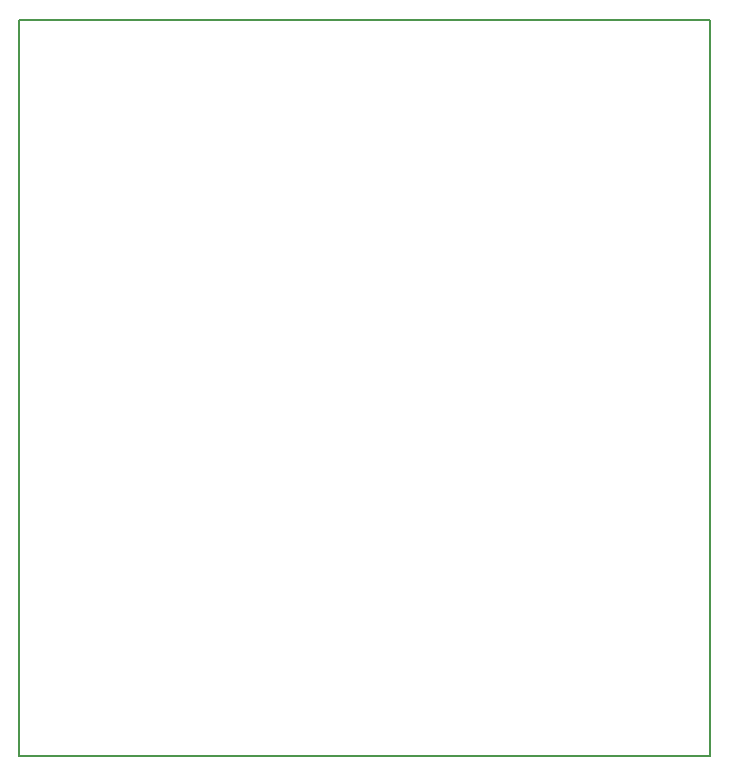
<source format=gbr>
G04 #@! TF.GenerationSoftware,KiCad,Pcbnew,(5.1.4)-1*
G04 #@! TF.CreationDate,2020-05-02T17:21:18-05:00*
G04 #@! TF.ProjectId,Audio_Optical_Trigger,41756469-6f5f-44f7-9074-6963616c5f54,rev?*
G04 #@! TF.SameCoordinates,Original*
G04 #@! TF.FileFunction,Profile,NP*
%FSLAX46Y46*%
G04 Gerber Fmt 4.6, Leading zero omitted, Abs format (unit mm)*
G04 Created by KiCad (PCBNEW (5.1.4)-1) date 2020-05-02 17:21:18*
%MOMM*%
%LPD*%
G04 APERTURE LIST*
%ADD10C,0.200000*%
G04 APERTURE END LIST*
D10*
X168190000Y-67963750D02*
X168187000Y-67957950D01*
X168177000Y-67940750D02*
X168172000Y-67936550D01*
X168172000Y-67936550D02*
X168168000Y-67931450D01*
X168185000Y-67951650D02*
X168181000Y-67946550D01*
X168194000Y-67983150D02*
X168194000Y-67976550D01*
X168187000Y-67957950D02*
X168185000Y-67951650D01*
X168168000Y-67931450D02*
X168162000Y-67928050D01*
X168192000Y-67970250D02*
X168190000Y-67963750D01*
X168181000Y-67946550D02*
X168177000Y-67940750D01*
X168194000Y-67976550D02*
X168192000Y-67970250D01*
X168162000Y-67928050D02*
X168157000Y-67923750D01*
X109692000Y-130295150D02*
X109692000Y-130295150D01*
X168162000Y-130281150D02*
X168168000Y-130278150D01*
X168157000Y-130286150D02*
X168162000Y-130281150D01*
X168132000Y-130295150D02*
X168138000Y-130292150D01*
X168151000Y-130288150D02*
X168157000Y-130286150D01*
X168125000Y-130295150D02*
X168125000Y-130295150D01*
X168125000Y-130295150D02*
X168132000Y-130295150D01*
X168138000Y-130292150D02*
X168145000Y-130291150D01*
X168145000Y-130291150D02*
X168151000Y-130288150D01*
X109692000Y-130295150D02*
X168125000Y-130295150D01*
X109686000Y-130295150D02*
X109692000Y-130295150D01*
X109641000Y-67940750D02*
X109637000Y-67946550D01*
X109650000Y-67931450D02*
X109646000Y-67936550D01*
X109656000Y-67928050D02*
X109650000Y-67931450D01*
X109686000Y-67914750D02*
X109679000Y-67917050D01*
X109679000Y-67917050D02*
X109673000Y-67918150D01*
X109646000Y-67936550D02*
X109641000Y-67940750D01*
X109673000Y-67918150D02*
X109667000Y-67921550D01*
X109633000Y-67951650D02*
X109631000Y-67957950D01*
X109637000Y-67946550D02*
X109633000Y-67951650D01*
X109661000Y-67923750D02*
X109656000Y-67928050D01*
X109667000Y-67921550D02*
X109661000Y-67923750D01*
X168125000Y-67914750D02*
X109692000Y-67914750D01*
X168132000Y-67914750D02*
X168125000Y-67914750D01*
X168138000Y-67917050D02*
X168132000Y-67914750D01*
X168125000Y-67914750D02*
X168125000Y-67914750D01*
X109692000Y-67914750D02*
X109692000Y-67914750D01*
X168145000Y-67918150D02*
X168138000Y-67917050D01*
X168157000Y-67923750D02*
X168151000Y-67921550D01*
X168151000Y-67921550D02*
X168145000Y-67918150D01*
X109626000Y-67970250D02*
X109624000Y-67976550D01*
X109624000Y-67983150D02*
X109624000Y-130226150D01*
X109631000Y-67957950D02*
X109627000Y-67963750D01*
X109624000Y-130233150D02*
X109626000Y-130239150D01*
X109624000Y-67983150D02*
X109624000Y-67983150D01*
X109624000Y-130226150D02*
X109624000Y-130226150D01*
X109624000Y-67976550D02*
X109624000Y-67983150D01*
X109627000Y-67963750D02*
X109626000Y-67970250D01*
X109627000Y-130246150D02*
X109631000Y-130251150D01*
X109626000Y-130239150D02*
X109627000Y-130246150D01*
X109624000Y-130226150D02*
X109624000Y-130233150D01*
X168194000Y-130226150D02*
X168194000Y-130226150D01*
X168192000Y-130239150D02*
X168194000Y-130233150D01*
X168190000Y-130246150D02*
X168192000Y-130239150D01*
X168187000Y-130251150D02*
X168190000Y-130246150D01*
X168177000Y-130269150D02*
X168181000Y-130263150D01*
X168181000Y-130263150D02*
X168185000Y-130258150D01*
X168194000Y-130233150D02*
X168194000Y-130226150D01*
X168168000Y-130278150D02*
X168172000Y-130273150D01*
X168194000Y-130226150D02*
X168194000Y-67983150D01*
X168185000Y-130258150D02*
X168187000Y-130251150D01*
X168172000Y-130273150D02*
X168177000Y-130269150D01*
X109692000Y-67914750D02*
X109686000Y-67914750D01*
X109637000Y-130263150D02*
X109641000Y-130269150D01*
X109633000Y-130258150D02*
X109637000Y-130263150D01*
X109656000Y-130281150D02*
X109661000Y-130286150D01*
X109679000Y-130292150D02*
X109686000Y-130295150D01*
X109673000Y-130291150D02*
X109679000Y-130292150D01*
X109641000Y-130269150D02*
X109646000Y-130273150D01*
X109667000Y-130288150D02*
X109673000Y-130291150D01*
X109661000Y-130286150D02*
X109667000Y-130288150D01*
X109646000Y-130273150D02*
X109650000Y-130278150D01*
X109631000Y-130251150D02*
X109633000Y-130258150D01*
X109650000Y-130278150D02*
X109656000Y-130281150D01*
M02*

</source>
